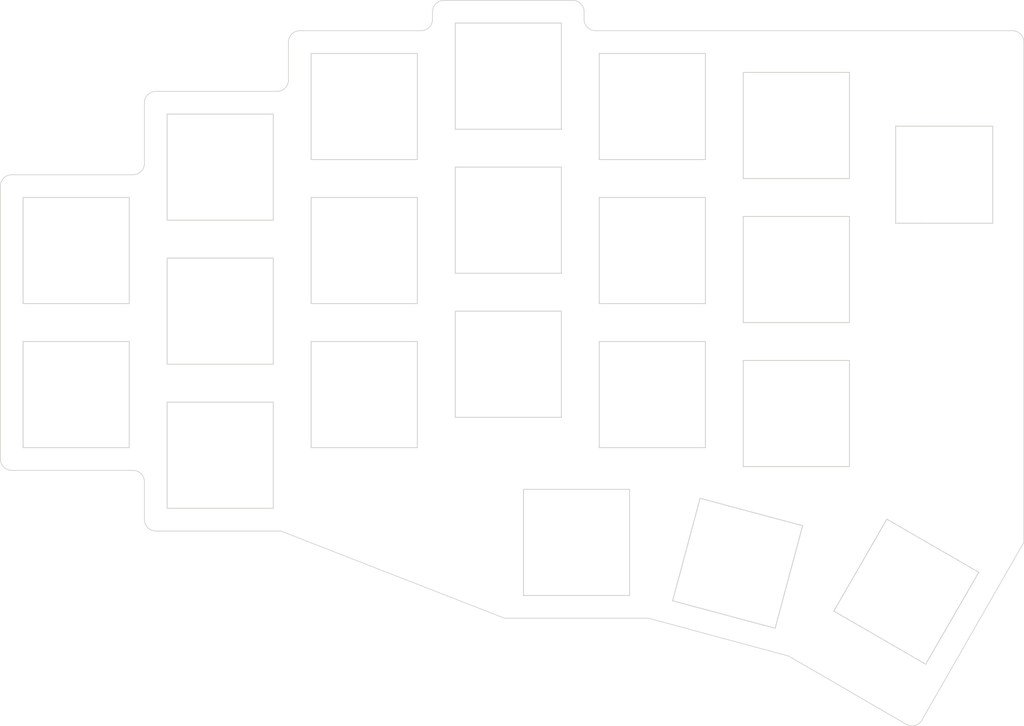
<source format=kicad_pcb>
(kicad_pcb (version 20211014) (generator pcbnew)
  (layers (0 "F.Cu" signal) (31 "B.Cu" signal) (34 "B.Paste" user) (35 "F.Paste" user) (36 "B.SilkS" user "B.Silkscreen") (37 "F.SilkS" user "F.Silkscreen") (38 "B.Mask" user) (39 "F.Mask" user) (44 "Edge.Cuts" user))
  (net 0 "")
  (footprint "kbd:SW_Hole" (layer "F.Cu") (at 156.56066 79.06066)
    (fp_text reference "SW9" hide)
    (fp_text value "SW_PUSH" hide)
    (fp_line (start 7 -7) (end -7 -7) (layer "Edge.Cuts") (width 0.12))
    (fp_line (start -7 -7) (end -7 7) (layer "Edge.Cuts") (width 0.12))
    (fp_line (start -7 7) (end 7 7) (layer "Edge.Cuts") (width 0.12))
    (fp_line (start 7 7) (end 7 -7) (layer "Edge.Cuts") (width 0.12))
  )
  (footprint "kbd:SW_Hole" (layer "F.Cu") (at 118.56066 60.06066)
    (fp_text reference "SW2" hide)
    (fp_text value "SW_PUSH" hide)
    (fp_line (start -7 7) (end 7 7) (layer "Edge.Cuts") (width 0.12))
    (fp_line (start -7 -7) (end -7 7) (layer "Edge.Cuts") (width 0.12))
    (fp_line (start 7 7) (end 7 -7) (layer "Edge.Cuts") (width 0.12))
    (fp_line (start 7 -7) (end -7 -7) (layer "Edge.Cuts") (width 0.12))
  )
  (footprint "kbd:thread_m2" (layer "F.Cu") (at 129.06066 104.06066)
    (fp_text reference "H4" hide)
    (fp_text value "MountingHole" hide)
    (pad "" np_thru_hole circle locked (at 0 0) (size 2.3 2.3) (drill 2.3) (layers *.Cu *.Mask))
  )
  (footprint "kbd:SW_Hole" (layer "F.Cu") (at 146.56066 117.56066)
    (fp_text reference "SW18" hide)
    (fp_text value "SW_PUSH" hide)
    (fp_line (start -7 -7) (end -7 7) (layer "Edge.Cuts") (width 0.12))
    (fp_line (start 7 -7) (end -7 -7) (layer "Edge.Cuts") (width 0.12))
    (fp_line (start 7 7) (end 7 -7) (layer "Edge.Cuts") (width 0.12))
    (fp_line (start -7 7) (end 7 7) (layer "Edge.Cuts") (width 0.12))
  )
  (footprint "kbd:SW_Hole" (layer "F.Cu") (at 80.56066 98.06066)
    (fp_text reference "SW17" hide)
    (fp_text value "SW_PUSH" hide)
    (fp_line (start -7 7) (end 7 7) (layer "Edge.Cuts") (width 0.12))
    (fp_line (start 7 -7) (end -7 -7) (layer "Edge.Cuts") (width 0.12))
    (fp_line (start -7 -7) (end -7 7) (layer "Edge.Cuts") (width 0.12))
    (fp_line (start 7 7) (end 7 -7) (layer "Edge.Cuts") (width 0.12))
  )
  (footprint "kbd:thread_m2" (layer "F.Cu") (at 180.56066 118.06066)
    (fp_text reference "H2" hide)
    (fp_text value "MountingHole" hide)
    (pad "" np_thru_hole circle locked (at 0 0) (size 2.3 2.3) (drill 2.3) (layers *.Cu *.Mask))
  )
  (footprint "kbd:SW_Hole" (layer "F.Cu") (at 167.81066 120.31066 -15)
    (fp_text reference "SW19" hide)
    (fp_text value "SW_PUSH" hide)
    (fp_line (start -7 -7) (end -7 7) (layer "Edge.Cuts") (width 0.12))
    (fp_line (start 7 7) (end 7 -7) (layer "Edge.Cuts") (width 0.12))
    (fp_line (start 7 -7) (end -7 -7) (layer "Edge.Cuts") (width 0.12))
    (fp_line (start -7 7) (end 7 7) (layer "Edge.Cuts") (width 0.12))
  )
  (footprint "kbd:SW_Hole" (layer "F.Cu") (at 175.56066 81.56066)
    (fp_text reference "SW10" hide)
    (fp_text value "SW_PUSH" hide)
    (fp_line (start -7 -7) (end -7 7) (layer "Edge.Cuts") (width 0.12))
    (fp_line (start 7 -7) (end -7 -7) (layer "Edge.Cuts") (width 0.12))
    (fp_line (start -7 7) (end 7 7) (layer "Edge.Cuts") (width 0.12))
    (fp_line (start 7 7) (end 7 -7) (layer "Edge.Cuts") (width 0.12))
  )
  (footprint "kbd:SW_Hole" (layer "F.Cu") (at 137.56066 56.06066)
    (fp_text reference "SW3" hide)
    (fp_text value "SW_PUSH" hide)
    (fp_line (start -7 -7) (end -7 7) (layer "Edge.Cuts") (width 0.12))
    (fp_line (start 7 -7) (end -7 -7) (layer "Edge.Cuts") (width 0.12))
    (fp_line (start 7 7) (end 7 -7) (layer "Edge.Cuts") (width 0.12))
    (fp_line (start -7 7) (end 7 7) (layer "Edge.Cuts") (width 0.12))
  )
  (footprint "kbd:SW_Hole" (layer "F.Cu") (at 118.56066 79.06066)
    (fp_text reference "SW7" hide)
    (fp_text value "SW_PUSH" hide)
    (fp_line (start 7 -7) (end -7 -7) (layer "Edge.Cuts") (width 0.12))
    (fp_line (start -7 7) (end 7 7) (layer "Edge.Cuts") (width 0.12))
    (fp_line (start -7 -7) (end -7 7) (layer "Edge.Cuts") (width 0.12))
    (fp_line (start 7 7) (end 7 -7) (layer "Edge.Cuts") (width 0.12))
  )
  (footprint "kbd:thread_m2" (layer "F.Cu") (at 89.56066 88.56066)
    (fp_text reference "H3" hide)
    (fp_text value "MountingHole" hide)
    (pad "" np_thru_hole circle locked (at 0 0) (size 2.3 2.3) (drill 2.3) (layers *.Cu *.Mask))
  )
  (footprint "kbd:SW_Hole" (layer "F.Cu") (at 137.56066 94.06066)
    (fp_text reference "SW13" hide)
    (fp_text value "SW_PUSH" hide)
    (fp_line (start 7 -7) (end -7 -7) (layer "Edge.Cuts") (width 0.12))
    (fp_line (start 7 7) (end 7 -7) (layer "Edge.Cuts") (width 0.12))
    (fp_line (start -7 7) (end 7 7) (layer "Edge.Cuts") (width 0.12))
    (fp_line (start -7 -7) (end -7 7) (layer "Edge.Cuts") (width 0.12))
  )
  (footprint "kbd:SW_Hole" (layer "F.Cu") (at 156.56066 60.06066)
    (fp_text reference "SW4" hide)
    (fp_text value "SW_PUSH" hide)
    (fp_line (start -7 -7) (end -7 7) (layer "Edge.Cuts") (width 0.12))
    (fp_line (start -7 7) (end 7 7) (layer "Edge.Cuts") (width 0.12))
    (fp_line (start 7 7) (end 7 -7) (layer "Edge.Cuts") (width 0.12))
    (fp_line (start 7 -7) (end -7 -7) (layer "Edge.Cuts") (width 0.12))
  )
  (footprint "pica:EC11_Hole" (layer "F.Cu") (at 195.06066 69.06066 -90)
    (fp_text reference "RE1" hide)
    (fp_text value "RotaryEncoder_Switch" hide)
    (fp_line (start -6.4 3) (end -6.4 6.4) (layer "Edge.Cuts") (width 0.12))
    (fp_line (start -6.4 -3) (end -6.4 3) (layer "Edge.Cuts") (width 0.12))
    (fp_line (start 6.4 -3) (end 6.4 3) (layer "Edge.Cuts") (width 0.12))
    (fp_line (start -6.4 -6.4) (end 6.4 -6.4) (layer "Edge.Cuts") (width 0.12))
    (fp_line (start -6.4 -6.4) (end -6.4 -3) (layer "Edge.Cuts") (width 0.12))
    (fp_line (start 6.4 6.4) (end 6.4 3) (layer "Edge.Cuts") (width 0.12))
    (fp_line (start 6.4 -3) (end 6.4 -6.4) (layer "Edge.Cuts") (width 0.12))
    (fp_line (start 6.4 6.4) (end -6.4 6.4) (layer "Edge.Cuts") (width 0.12))
  )
  (footprint "kbd:thread_m2" (layer "F.Cu") (at 109.56066 69.56066)
    (fp_text reference "H1" hide)
    (fp_text value "MountingHole" hide)
    (pad "" np_thru_hole circle locked (at 0 0) (size 2.3 2.3) (drill 2.3) (layers *.Cu *.Mask))
  )
  (footprint "kbd:SW_Hole" (layer "F.Cu") (at 118.56066 98.06066)
    (fp_text reference "SW12" hide)
    (fp_text value "SW_PUSH" hide)
    (fp_line (start -7 -7) (end -7 7) (layer "Edge.Cuts") (width 0.12))
    (fp_line (start 7 7) (end 7 -7) (layer "Edge.Cuts") (width 0.12))
    (fp_line (start 7 -7) (end -7 -7) (layer "Edge.Cuts") (width 0.12))
    (fp_line (start -7 7) (end 7 7) (layer "Edge.Cuts") (width 0.12))
  )
  (footprint "kbd:SW_Hole" (layer "F.Cu") (at 175.56066 62.56066)
    (fp_text reference "SW5" hide)
    (fp_text value "SW_PUSH" hide)
    (fp_line (start 7 7) (end 7 -7) (layer "Edge.Cuts") (width 0.12))
    (fp_line (start -7 7) (end 7 7) (layer "Edge.Cuts") (width 0.12))
    (fp_line (start 7 -7) (end -7 -7) (layer "Edge.Cuts") (width 0.12))
    (fp_line (start -7 -7) (end -7 7) (layer "Edge.Cuts") (width 0.12))
  )
  (footprint "kbd:thread_m2" (layer "F.Cu") (at 167.06066 72.06066)
    (fp_text reference "H5" hide)
    (fp_text value "MountingHole" hide)
    (pad "" np_thru_hole circle locked (at 0 0) (size 2.3 2.3) (drill 2.3) (layers *.Cu *.Mask))
  )
  (footprint "kbd:SW_Hole" (layer "F.Cu") (at 175.56066 100.56066)
    (fp_text reference "SW15" hide)
    (fp_text value "SW_PUSH" hide)
    (fp_line (start -7 -7) (end -7 7) (layer "Edge.Cuts") (width 0.12))
    (fp_line (start 7 7) (end 7 -7) (layer "Edge.Cuts") (width 0.12))
    (fp_line (start 7 -7) (end -7 -7) (layer "Edge.Cuts") (width 0.12))
    (fp_line (start -7 7) (end 7 7) (layer "Edge.Cuts") (width 0.12))
  )
  (footprint "kbd:SW_Hole" (layer "F.Cu") (at 99.56066 87.06066)
    (fp_text reference "SW6" hide)
    (fp_text value "SW_PUSH" hide)
    (fp_line (start -7 -7) (end -7 7) (layer "Edge.Cuts") (width 0.12))
    (fp_line (start -7 7) (end 7 7) (layer "Edge.Cuts") (width 0.12))
    (fp_line (start 7 -7) (end -7 -7) (layer "Edge.Cuts") (width 0.12))
    (fp_line (start 7 7) (end 7 -7) (layer "Edge.Cuts") (width 0.12))
  )
  (footprint "kbd:SW_Hole" (layer "F.Cu") (at 99.56066 106.06066)
    (fp_text reference "SW11" hide)
    (fp_text value "SW_PUSH" hide)
    (fp_line (start -7 -7) (end -7 7) (layer "Edge.Cuts") (width 0.12))
    (fp_line (start 7 -7) (end -7 -7) (layer "Edge.Cuts") (width 0.12))
    (fp_line (start -7 7) (end 7 7) (layer "Edge.Cuts") (width 0.12))
    (fp_line (start 7 7) (end 7 -7) (layer "Edge.Cuts") (width 0.12))
  )
  (footprint "kbd:SW_Hole" (layer "F.Cu") (at 137.56066 75.06066)
    (fp_text reference "SW8" hide)
    (fp_text value "SW_PUSH" hide)
    (fp_line (start 7 -7) (end -7 -7) (layer "Edge.Cuts") (width 0.12))
    (fp_line (start -7 -7) (end -7 7) (layer "Edge.Cuts") (width 0.12))
    (fp_line (start 7 7) (end 7 -7) (layer "Edge.Cuts") (width 0.12))
    (fp_line (start -7 7) (end 7 7) (layer "Edge.Cuts") (width 0.12))
  )
  (footprint "kbd:SW_Hole" (layer "F.Cu") (at 190.06066 124.06066 60)
    (fp_text reference "SW20" hide)
    (fp_text value "SW_PUSH" hide)
    (fp_line (start -7 -7) (end -7 7) (layer "Edge.Cuts") (width 0.12))
    (fp_line (start -7 7) (end 7 7) (layer "Edge.Cuts") (width 0.12))
    (fp_line (start 7 -7) (end -7 -7) (layer "Edge.Cuts") (width 0.12))
    (fp_line (start 7 7) (end 7 -7) (layer "Edge.Cuts") (width 0.12))
  )
  (footprint "kbd:SW_Hole" (layer "F.Cu") (at 99.56066 68.06066)
    (fp_text reference "SW1" hide)
    (fp_text value "SW_PUSH" hide)
    (fp_line (start 7 -7) (end -7 -7) (layer "Edge.Cuts") (width 0.12))
    (fp_line (start -7 -7) (end -7 7) (layer "Edge.Cuts") (width 0.12))
    (fp_line (start 7 7) (end 7 -7) (layer "Edge.Cuts") (width 0.12))
    (fp_line (start -7 7) (end 7 7) (layer "Edge.Cuts") (width 0.12))
  )
  (footprint "kbd:SW_Hole" (layer "F.Cu") (at 80.56066 79.06066)
    (fp_text reference "SW16" hide)
    (fp_text value "SW_PUSH" hide)
    (fp_line (start 7 7) (end 7 -7) (layer "Edge.Cuts") (width 0.12))
    (fp_line (start -7 7) (end 7 7) (layer "Edge.Cuts") (width 0.12))
    (fp_line (start -7 -7) (end -7 7) (layer "Edge.Cuts") (width 0.12))
    (fp_line (start 7 -7) (end -7 -7) (layer "Edge.Cuts") (width 0.12))
  )
  (footprint "kbd:SW_Hole" (layer "F.Cu") (at 156.56066 98.06066)
    (fp_text reference "SW14" hide)
    (fp_text value "SW_PUSH" hide)
    (fp_line (start 7 7) (end 7 -7) (layer "Edge.Cuts") (width 0.12))
    (fp_line (start -7 7) (end 7 7) (layer "Edge.Cuts") (width 0.12))
    (fp_line (start -7 -7) (end -7 7) (layer "Edge.Cuts") (width 0.12))
    (fp_line (start 7 -7) (end -7 -7) (layer "Edge.Cuts") (width 0.12))
  )
  (gr_arc (start 127.56066 47.56066) (mid 128 46.5) (end 129.06066 46.06066) (layer "Edge.Cuts") (width 0.1))
  (gr_line (start 89.56066 59.56066) (end 89.56066 67.56066) (layer "Edge.Cuts") (width 0.1))
  (gr_line (start 147.56066 48.56066) (end 147.56066 47.56066) (layer "Edge.Cuts") (width 0.1))
  (gr_line (start 190.06066 141.56066) (end 174.56066 132.56066) (layer "Edge.Cuts") (width 0.1))
  (gr_line (start 108.56066 51.56066) (end 108.56066 56.56066) (layer "Edge.Cuts") (width 0.1))
  (gr_line (start 107.06066 58.06066) (end 91.06066 58.06066) (layer "Edge.Cuts") (width 0.1))
  (gr_arc (start 149.06066 50.06066) (mid 148 49.62132) (end 147.56066 48.56066) (layer "Edge.Cuts") (width 0.1))
  (gr_line (start 72.06066 108.06066) (end 88.06066 108.06066) (layer "Edge.Cuts") (width 0.1))
  (gr_line (start 146.06066 46.06066) (end 129.06066 46.06066) (layer "Edge.Cuts") (width 0.1))
  (gr_arc (start 72.06066 108.06066) (mid 71 107.62132) (end 70.56066 106.56066) (layer "Edge.Cuts") (width 0.1))
  (gr_line (start 127.56066 47.56066) (end 127.56066 48.56066) (layer "Edge.Cuts") (width 0.1))
  (gr_arc (start 91.06066 116.06066) (mid 90 115.62132) (end 89.56066 114.56066) (layer "Edge.Cuts") (width 0.1))
  (gr_line (start 88.06066 69.06066) (end 72.06066 69.06066) (layer "Edge.Cuts") (width 0.1))
  (gr_line (start 126.06066 50.06066) (end 110.06066 50.06066) (layer "Edge.Cuts") (width 0.1))
  (gr_arc (start 108.56066 51.56066) (mid 109 50.5) (end 110.06066 50.06066) (layer "Edge.Cuts") (width 0.1))
  (gr_line (start 91.06066 116.06066) (end 107.56066 116.06066) (layer "Edge.Cuts") (width 0.1))
  (gr_line (start 89.56066 109.56066) (end 89.56066 114.56066) (layer "Edge.Cuts") (width 0.1))
  (gr_line (start 204.06066 50.06066) (end 149.06066 50.06066) (layer "Edge.Cuts") (width 0.1))
  (gr_arc (start 89.56066 67.56066) (mid 89.12132 68.62132) (end 88.06066 69.06066) (layer "Edge.Cuts") (width 0.1))
  (gr_line (start 205.56066 117.56066) (end 205.56066 51.56066) (layer "Edge.Cuts") (width 0.1))
  (gr_arc (start 108.56066 56.56066) (mid 108.12132 57.62132) (end 107.06066 58.06066) (layer "Edge.Cuts") (width 0.1))
  (gr_arc (start 146.06066 46.06066) (mid 147.12132 46.5) (end 147.56066 47.56066) (layer "Edge.Cuts") (width 0.1))
  (gr_arc (start 89.56066 59.56066) (mid 90 58.5) (end 91.06066 58.06066) (layer "Edge.Cuts") (width 0.1))
  (gr_arc (start 88.06066 108.06066) (mid 89.12132 108.5) (end 89.56066 109.56066) (layer "Edge.Cuts") (width 0.1))
  (gr_line (start 107.56066 116.06066) (end 137.06066 127.56066) (layer "Edge.Cuts") (width 0.1))
  (gr_arc (start 127.56066 48.56066) (mid 127.12132 49.62132) (end 126.06066 50.06066) (layer "Edge.Cuts") (width 0.1))
  (gr_arc (start 204.06066 50.06066) (mid 205.121304 50.500003) (end 205.56066 51.56066) (layer "Edge.Cuts") (width 0.1))
  (gr_line (start 70.56066 70.56066) (end 70.56066 106.56066) (layer "Edge.Cuts") (width 0.1))
  (gr_line (start 192.109698 141.011622) (end 205.56066 117.56066) (layer "Edge.Cuts") (width 0.1))
  (gr_arc (start 192.109698 141.011622) (mid 191.198893 141.710528) (end 190.06066 141.56066) (layer "Edge.Cuts") (width 0.1))
  (gr_line (start 137.06066 127.56066) (end 156.06066 127.56066) (layer "Edge.Cuts") (width 0.1))
  (gr_line (start 156.06066 127.56066) (end 174.56066 132.56066) (layer "Edge.Cuts") (width 0.1))
  (gr_arc (start 70.56066 70.56066) (mid 71 69.5) (end 72.06066 69.06066) (layer "Edge.Cuts") (width 0.1))
)
</source>
